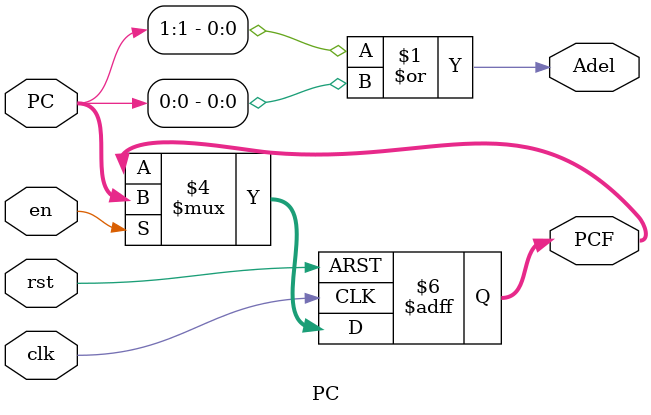
<source format=v>
`timescale 1ns / 1ps


module PC(clk,rst,en,PC,Adel,PCF);
    input clk;
    input rst;
    input en;
    input [31:0] PC;
    output Adel;
    output reg [31:0] PCF=0;

    assign Adel = PC[1] | PC[0];
    always @(posedge clk or posedge rst) 
    begin
        if(rst)
            // PCF<=32'b0;
            PCF <= 32'hbfc00000;
        else if(en)
            PCF <= PC;
    end
endmodule

</source>
